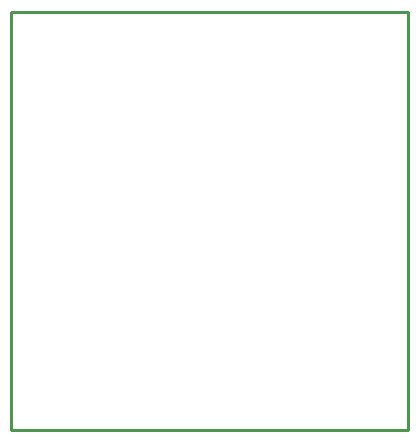
<source format=gko>
G04 Layer_Color=16711935*
%FSLAX25Y25*%
%MOIN*%
G70*
G01*
G75*
%ADD22C,0.00984*%
D22*
X0Y0D02*
X132283D01*
Y139370D01*
X0Y0D02*
Y139370D01*
X132283D01*
M02*

</source>
